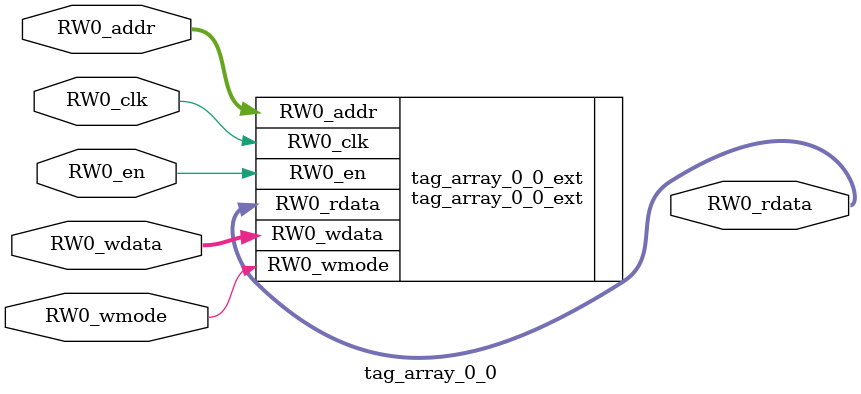
<source format=sv>
`ifndef RANDOMIZE
  `ifdef RANDOMIZE_REG_INIT
    `define RANDOMIZE
  `endif // RANDOMIZE_REG_INIT
`endif // not def RANDOMIZE
`ifndef RANDOMIZE
  `ifdef RANDOMIZE_MEM_INIT
    `define RANDOMIZE
  `endif // RANDOMIZE_MEM_INIT
`endif // not def RANDOMIZE

`ifndef RANDOM
  `define RANDOM $random
`endif // not def RANDOM

// Users can define 'PRINTF_COND' to add an extra gate to prints.
`ifndef PRINTF_COND_
  `ifdef PRINTF_COND
    `define PRINTF_COND_ (`PRINTF_COND)
  `else  // PRINTF_COND
    `define PRINTF_COND_ 1
  `endif // PRINTF_COND
`endif // not def PRINTF_COND_

// Users can define 'ASSERT_VERBOSE_COND' to add an extra gate to assert error printing.
`ifndef ASSERT_VERBOSE_COND_
  `ifdef ASSERT_VERBOSE_COND
    `define ASSERT_VERBOSE_COND_ (`ASSERT_VERBOSE_COND)
  `else  // ASSERT_VERBOSE_COND
    `define ASSERT_VERBOSE_COND_ 1
  `endif // ASSERT_VERBOSE_COND
`endif // not def ASSERT_VERBOSE_COND_

// Users can define 'STOP_COND' to add an extra gate to stop conditions.
`ifndef STOP_COND_
  `ifdef STOP_COND
    `define STOP_COND_ (`STOP_COND)
  `else  // STOP_COND
    `define STOP_COND_ 1
  `endif // STOP_COND
`endif // not def STOP_COND_

// Users can define INIT_RANDOM as general code that gets injected into the
// initializer block for modules with registers.
`ifndef INIT_RANDOM
  `define INIT_RANDOM
`endif // not def INIT_RANDOM

// If using random initialization, you can also define RANDOMIZE_DELAY to
// customize the delay used, otherwise 0.002 is used.
`ifndef RANDOMIZE_DELAY
  `define RANDOMIZE_DELAY 0.002
`endif // not def RANDOMIZE_DELAY

// Define INIT_RANDOM_PROLOG_ for use in our modules below.
`ifndef INIT_RANDOM_PROLOG_
  `ifdef RANDOMIZE
    `ifdef VERILATOR
      `define INIT_RANDOM_PROLOG_ `INIT_RANDOM
    `else  // VERILATOR
      `define INIT_RANDOM_PROLOG_ `INIT_RANDOM #`RANDOMIZE_DELAY begin end
    `endif // VERILATOR
  `else  // RANDOMIZE
    `define INIT_RANDOM_PROLOG_
  `endif // RANDOMIZE
`endif // not def INIT_RANDOM_PROLOG_

module tag_array_0_0(	// @[DescribedSRAM.scala:17:26]
  input  [5:0]  RW0_addr,
  input         RW0_en,
                RW0_clk,
                RW0_wmode,
  input  [20:0] RW0_wdata,
  output [20:0] RW0_rdata
);

  tag_array_0_0_ext tag_array_0_0_ext (	// @[DescribedSRAM.scala:17:26]
    .RW0_addr  (RW0_addr),
    .RW0_en    (RW0_en),
    .RW0_clk   (RW0_clk),
    .RW0_wmode (RW0_wmode),
    .RW0_wdata (RW0_wdata),
    .RW0_rdata (RW0_rdata)
  );
endmodule


</source>
